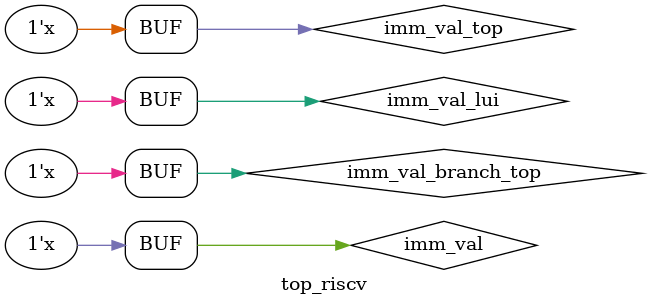
<source format=v>
module top_riscv;







assign imm_val_top={{20{instruction_out[31]}},instruction_out[31:21]};
assign imm_val_branch_top={{20{instruction_out[31]}},instruction_out[30:25],instruction_out[11:8],instruction_out[7]};
assign imm_val_lui={{10{instruction_out[31]}},instruction_out[31:12]};
assign imm_val=imm_val_top;

    
endmodule
</source>
